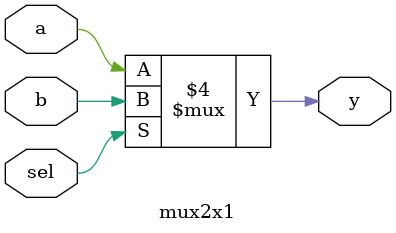
<source format=v>
module mux2x1 (
     input wire a,       
     input wire b,
     input wire sel,
     output reg y
     );
     always @(*) begin
         if (sel == 1'b0)
             y = a;
         else
             y = b;
        end
    endmodule

</source>
